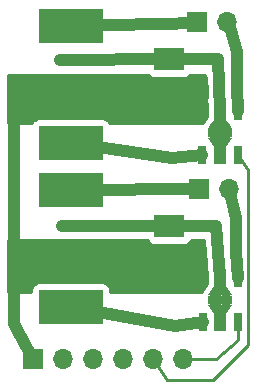
<source format=gbr>
%TF.GenerationSoftware,KiCad,Pcbnew,(5.1.6)-1*%
%TF.CreationDate,2020-08-23T14:00:48-07:00*%
%TF.ProjectId,Led Driver Double,4c656420-4472-4697-9665-7220446f7562,rev?*%
%TF.SameCoordinates,Original*%
%TF.FileFunction,Copper,L1,Top*%
%TF.FilePolarity,Positive*%
%FSLAX46Y46*%
G04 Gerber Fmt 4.6, Leading zero omitted, Abs format (unit mm)*
G04 Created by KiCad (PCBNEW (5.1.6)-1) date 2020-08-23 14:00:48*
%MOMM*%
%LPD*%
G01*
G04 APERTURE LIST*
%TA.AperFunction,ComponentPad*%
%ADD10O,1.700000X1.700000*%
%TD*%
%TA.AperFunction,ComponentPad*%
%ADD11R,1.700000X1.700000*%
%TD*%
%TA.AperFunction,SMDPad,CuDef*%
%ADD12R,1.200000X0.900000*%
%TD*%
%TA.AperFunction,SMDPad,CuDef*%
%ADD13R,5.400000X2.900000*%
%TD*%
%TA.AperFunction,SMDPad,CuDef*%
%ADD14R,0.900000X1.700000*%
%TD*%
%TA.AperFunction,SMDPad,CuDef*%
%ADD15C,0.100000*%
%TD*%
%TA.AperFunction,SMDPad,CuDef*%
%ADD16R,0.700000X1.500000*%
%TD*%
%TA.AperFunction,SMDPad,CuDef*%
%ADD17R,1.000000X1.500000*%
%TD*%
%TA.AperFunction,SMDPad,CuDef*%
%ADD18R,2.000000X0.800000*%
%TD*%
%TA.AperFunction,SMDPad,CuDef*%
%ADD19R,2.500000X1.950000*%
%TD*%
%TA.AperFunction,ViaPad*%
%ADD20C,0.800000*%
%TD*%
%TA.AperFunction,Conductor*%
%ADD21C,0.500000*%
%TD*%
%TA.AperFunction,Conductor*%
%ADD22C,1.000000*%
%TD*%
%TA.AperFunction,Conductor*%
%ADD23C,0.250000*%
%TD*%
%TA.AperFunction,Conductor*%
%ADD24C,0.254000*%
%TD*%
G04 APERTURE END LIST*
D10*
%TO.P,J5,6*%
%TO.N,/Dim2*%
X87687120Y-51073560D03*
%TO.P,J5,5*%
%TO.N,/Dim1*%
X85147120Y-51073560D03*
%TO.P,J5,4*%
%TO.N,/Gnd*%
X82607120Y-51073560D03*
%TO.P,J5,3*%
X80067120Y-51073560D03*
%TO.P,J5,2*%
X77527120Y-51073560D03*
D11*
%TO.P,J5,1*%
%TO.N,/Vin*%
X74987120Y-51073560D03*
%TD*%
D12*
%TO.P,D1,2*%
%TO.N,/SW1*%
X86730000Y-34050000D03*
%TO.P,D1,1*%
%TO.N,/Vin*%
X86730000Y-30750000D03*
%TD*%
D10*
%TO.P,J1,2*%
%TO.N,/LED1+*%
X91450000Y-22540000D03*
D11*
%TO.P,J1,1*%
%TO.N,/LED1-*%
X88910000Y-22540000D03*
%TD*%
D13*
%TO.P,L1,2*%
%TO.N,/SW1*%
X78170000Y-32740000D03*
%TO.P,L1,1*%
%TO.N,/LED1-*%
X78170000Y-22840000D03*
%TD*%
D14*
%TO.P,R1,2*%
%TO.N,/LED1+*%
X92270000Y-27970000D03*
%TO.P,R1,1*%
%TO.N,/Vin*%
X89370000Y-27970000D03*
%TD*%
D12*
%TO.P,D2,2*%
%TO.N,/SW2*%
X86970000Y-48200000D03*
%TO.P,D2,1*%
%TO.N,/Vin*%
X86970000Y-44900000D03*
%TD*%
D10*
%TO.P,J2,2*%
%TO.N,/LED2+*%
X91560000Y-36670000D03*
D11*
%TO.P,J2,1*%
%TO.N,/LED2-*%
X89020000Y-36670000D03*
%TD*%
D13*
%TO.P,L2,1*%
%TO.N,/LED2-*%
X78180000Y-36730000D03*
%TO.P,L2,2*%
%TO.N,/SW2*%
X78180000Y-46630000D03*
%TD*%
D14*
%TO.P,R2,2*%
%TO.N,/LED2+*%
X92150000Y-41970000D03*
%TO.P,R2,1*%
%TO.N,/Vin*%
X89250000Y-41970000D03*
%TD*%
%TA.AperFunction,SMDPad,CuDef*%
D15*
%TO.P,U1,2*%
%TO.N,/Gnd*%
G36*
X89830000Y-31520000D02*
G01*
X90330000Y-30770000D01*
X91330000Y-30770000D01*
X91830000Y-31520000D01*
X89830000Y-31520000D01*
G37*
%TD.AperFunction*%
D16*
%TO.P,U1,5*%
%TO.N,/Vin*%
X89330000Y-30070000D03*
%TO.P,U1,4*%
%TO.N,/LED1+*%
X92330000Y-30070000D03*
%TO.P,U1,1*%
%TO.N,/SW1*%
X89330000Y-33770000D03*
D17*
%TO.P,U1,2*%
%TO.N,/Gnd*%
X90830000Y-33770000D03*
D16*
%TO.P,U1,3*%
%TO.N,/Dim1*%
X92330000Y-33770000D03*
D17*
%TO.P,U1,2*%
%TO.N,/Gnd*%
X90830000Y-30070000D03*
%TA.AperFunction,SMDPad,CuDef*%
D15*
G36*
X91830000Y-32320000D02*
G01*
X91330000Y-33070000D01*
X90330000Y-33070000D01*
X89830000Y-32320000D01*
X91830000Y-32320000D01*
G37*
%TD.AperFunction*%
D18*
X90830000Y-31920000D03*
%TD*%
%TO.P,U2,2*%
%TO.N,/Gnd*%
X90840000Y-46040000D03*
%TA.AperFunction,SMDPad,CuDef*%
D15*
G36*
X91840000Y-46440000D02*
G01*
X91340000Y-47190000D01*
X90340000Y-47190000D01*
X89840000Y-46440000D01*
X91840000Y-46440000D01*
G37*
%TD.AperFunction*%
D17*
X90840000Y-44190000D03*
D16*
%TO.P,U2,3*%
%TO.N,/Dim2*%
X92340000Y-47890000D03*
D17*
%TO.P,U2,2*%
%TO.N,/Gnd*%
X90840000Y-47890000D03*
D16*
%TO.P,U2,1*%
%TO.N,/SW2*%
X89340000Y-47890000D03*
%TO.P,U2,4*%
%TO.N,/LED2+*%
X92340000Y-44190000D03*
%TO.P,U2,5*%
%TO.N,/Vin*%
X89340000Y-44190000D03*
%TA.AperFunction,SMDPad,CuDef*%
D15*
%TO.P,U2,2*%
%TO.N,/Gnd*%
G36*
X89840000Y-45640000D02*
G01*
X90340000Y-44890000D01*
X91340000Y-44890000D01*
X91840000Y-45640000D01*
X89840000Y-45640000D01*
G37*
%TD.AperFunction*%
%TD*%
D19*
%TO.P,C1,2*%
%TO.N,/Gnd*%
X86530000Y-25665000D03*
%TO.P,C1,1*%
%TO.N,/Vin*%
X86530000Y-28715000D03*
%TD*%
%TO.P,C2,1*%
%TO.N,/Vin*%
X86530000Y-42845000D03*
%TO.P,C2,2*%
%TO.N,/Gnd*%
X86530000Y-39795000D03*
%TD*%
D20*
%TO.N,/Gnd*%
X91340000Y-45560000D03*
X90340000Y-46560000D03*
X91340000Y-46560000D03*
X90340000Y-45560000D03*
X91340000Y-31420000D03*
X90340000Y-32420000D03*
X91340000Y-32420000D03*
X90340000Y-31420000D03*
X88897108Y-25654668D03*
X89794091Y-25652491D03*
X90683200Y-25642440D03*
X88729628Y-39777028D03*
X89626611Y-39774851D03*
X90515720Y-39764800D03*
X77305880Y-25722760D03*
X77425080Y-39817020D03*
X78315059Y-39816041D03*
X79207568Y-39817612D03*
X79101068Y-25718272D03*
X78208559Y-25716701D03*
X90835600Y-31922880D03*
X90820840Y-46059340D03*
%TD*%
D21*
%TO.N,/Gnd*%
X90760000Y-45760000D02*
X90760000Y-46077000D01*
X90710000Y-30130000D02*
X90710000Y-31980000D01*
X91020000Y-31970000D02*
X91020000Y-31970000D01*
X90710000Y-31980000D02*
X90710000Y-33830000D01*
X90480000Y-45537000D02*
X90480000Y-47070000D01*
D22*
X86530000Y-25665000D02*
X90683200Y-25642440D01*
X90683200Y-25642440D02*
X90830000Y-30070000D01*
X86530000Y-39795000D02*
X90515720Y-39764800D01*
X90515720Y-39764800D02*
X90840000Y-44190000D01*
X86530000Y-25665000D02*
X77305880Y-25722760D01*
X86530000Y-39795000D02*
X77425080Y-39817020D01*
D23*
X90840000Y-47890000D02*
X90480000Y-47070000D01*
D22*
%TO.N,/Vin*%
X89370000Y-27970000D02*
X89330000Y-30070000D01*
X86730000Y-30750000D02*
X89330000Y-30070000D01*
X86530000Y-28715000D02*
X86730000Y-30750000D01*
X75250000Y-28710000D02*
X73355753Y-30194247D01*
X86530000Y-28715000D02*
X75250000Y-28710000D01*
X89250000Y-41970000D02*
X89340000Y-44190000D01*
X86970000Y-44900000D02*
X89340000Y-44190000D01*
X86970000Y-44900000D02*
X86530000Y-42845000D01*
X86530000Y-42845000D02*
X73359503Y-42757583D01*
X73355753Y-30194247D02*
X73359503Y-42757583D01*
X73359503Y-42757583D02*
X73400000Y-48040000D01*
X73400000Y-48040000D02*
X74987120Y-51073560D01*
%TO.N,/SW1*%
X78170000Y-32740000D02*
X86730000Y-34050000D01*
X86730000Y-34050000D02*
X89330000Y-33770000D01*
%TO.N,/SW2*%
X78180000Y-46630000D02*
X86970000Y-48200000D01*
X86970000Y-48200000D02*
X89340000Y-47890000D01*
%TO.N,/LED1+*%
X92270000Y-27970000D02*
X92330000Y-30070000D01*
X91600000Y-22560000D02*
X92250000Y-25010000D01*
X92250000Y-25010000D02*
X92270000Y-27970000D01*
%TO.N,/LED1-*%
X78170000Y-22840000D02*
X89060000Y-22560000D01*
%TO.N,/LED2+*%
X92150000Y-41970000D02*
X92340000Y-44190000D01*
X92200000Y-39060000D02*
X92150000Y-41970000D01*
X91560000Y-36670000D02*
X92200000Y-39060000D01*
%TO.N,/LED2-*%
X78180000Y-36730000D02*
X89020000Y-36670000D01*
D23*
%TO.N,/Dim2*%
X90520000Y-51040000D02*
X92350000Y-49390000D01*
X92350000Y-49390000D02*
X92340000Y-47890000D01*
X87687120Y-51073560D02*
X90520000Y-51040000D01*
%TO.N,/Dim1*%
X93190000Y-35050000D02*
X93210000Y-49850000D01*
X93210000Y-49850000D02*
X90270000Y-52830000D01*
X90270000Y-52830000D02*
X86320000Y-52810000D01*
X86320000Y-52810000D02*
X85147120Y-51073560D01*
X93190000Y-35050000D02*
X92330000Y-33770000D01*
%TD*%
D24*
%TO.N,/Vin*%
G36*
X84749463Y-26994494D02*
G01*
X84828815Y-27091185D01*
X84925506Y-27170537D01*
X85035820Y-27229502D01*
X85155518Y-27265812D01*
X85280000Y-27278072D01*
X87780000Y-27278072D01*
X87904482Y-27265812D01*
X88024180Y-27229502D01*
X88134494Y-27170537D01*
X88231185Y-27091185D01*
X88310537Y-26994494D01*
X88325233Y-26967000D01*
X89591494Y-26967000D01*
X89691928Y-29996152D01*
X89691928Y-30576807D01*
X89636820Y-30659469D01*
X89536063Y-30760226D01*
X89422795Y-30929744D01*
X89388309Y-31013000D01*
X81441959Y-31013000D01*
X81400537Y-30935506D01*
X81321185Y-30838815D01*
X81224494Y-30759463D01*
X81114180Y-30700498D01*
X80994482Y-30664188D01*
X80870000Y-30651928D01*
X75470000Y-30651928D01*
X75345518Y-30664188D01*
X75225820Y-30700498D01*
X75115506Y-30759463D01*
X75018815Y-30838815D01*
X74939463Y-30935506D01*
X74898041Y-31013000D01*
X72887000Y-31013000D01*
X72887000Y-26967000D01*
X84734767Y-26967000D01*
X84749463Y-26994494D01*
G37*
X84749463Y-26994494D02*
X84828815Y-27091185D01*
X84925506Y-27170537D01*
X85035820Y-27229502D01*
X85155518Y-27265812D01*
X85280000Y-27278072D01*
X87780000Y-27278072D01*
X87904482Y-27265812D01*
X88024180Y-27229502D01*
X88134494Y-27170537D01*
X88231185Y-27091185D01*
X88310537Y-26994494D01*
X88325233Y-26967000D01*
X89591494Y-26967000D01*
X89691928Y-29996152D01*
X89691928Y-30576807D01*
X89636820Y-30659469D01*
X89536063Y-30760226D01*
X89422795Y-30929744D01*
X89388309Y-31013000D01*
X81441959Y-31013000D01*
X81400537Y-30935506D01*
X81321185Y-30838815D01*
X81224494Y-30759463D01*
X81114180Y-30700498D01*
X80994482Y-30664188D01*
X80870000Y-30651928D01*
X75470000Y-30651928D01*
X75345518Y-30664188D01*
X75225820Y-30700498D01*
X75115506Y-30759463D01*
X75018815Y-30838815D01*
X74939463Y-30935506D01*
X74898041Y-31013000D01*
X72887000Y-31013000D01*
X72887000Y-26967000D01*
X84734767Y-26967000D01*
X84749463Y-26994494D01*
G36*
X84690498Y-41014180D02*
G01*
X84749463Y-41124494D01*
X84828815Y-41221185D01*
X84925506Y-41300537D01*
X85035820Y-41359502D01*
X85155518Y-41395812D01*
X85280000Y-41408072D01*
X87780000Y-41408072D01*
X87904482Y-41395812D01*
X88024180Y-41359502D01*
X88134494Y-41300537D01*
X88231185Y-41221185D01*
X88310537Y-41124494D01*
X88369502Y-41014180D01*
X88377747Y-40987000D01*
X89467240Y-40987000D01*
X89701928Y-44189607D01*
X89701928Y-44696807D01*
X89626820Y-44809469D01*
X89536063Y-44900226D01*
X89422795Y-45069744D01*
X89372737Y-45190593D01*
X89309092Y-45286061D01*
X89284034Y-45333000D01*
X81518072Y-45333000D01*
X81518072Y-45180000D01*
X81505812Y-45055518D01*
X81469502Y-44935820D01*
X81410537Y-44825506D01*
X81331185Y-44728815D01*
X81234494Y-44649463D01*
X81124180Y-44590498D01*
X81004482Y-44554188D01*
X80880000Y-44541928D01*
X75480000Y-44541928D01*
X75355518Y-44554188D01*
X75235820Y-44590498D01*
X75125506Y-44649463D01*
X75028815Y-44728815D01*
X74949463Y-44825506D01*
X74890498Y-44935820D01*
X74854188Y-45055518D01*
X74841928Y-45180000D01*
X74841928Y-45333000D01*
X72837000Y-45333000D01*
X72837000Y-40987000D01*
X84682253Y-40987000D01*
X84690498Y-41014180D01*
G37*
X84690498Y-41014180D02*
X84749463Y-41124494D01*
X84828815Y-41221185D01*
X84925506Y-41300537D01*
X85035820Y-41359502D01*
X85155518Y-41395812D01*
X85280000Y-41408072D01*
X87780000Y-41408072D01*
X87904482Y-41395812D01*
X88024180Y-41359502D01*
X88134494Y-41300537D01*
X88231185Y-41221185D01*
X88310537Y-41124494D01*
X88369502Y-41014180D01*
X88377747Y-40987000D01*
X89467240Y-40987000D01*
X89701928Y-44189607D01*
X89701928Y-44696807D01*
X89626820Y-44809469D01*
X89536063Y-44900226D01*
X89422795Y-45069744D01*
X89372737Y-45190593D01*
X89309092Y-45286061D01*
X89284034Y-45333000D01*
X81518072Y-45333000D01*
X81518072Y-45180000D01*
X81505812Y-45055518D01*
X81469502Y-44935820D01*
X81410537Y-44825506D01*
X81331185Y-44728815D01*
X81234494Y-44649463D01*
X81124180Y-44590498D01*
X81004482Y-44554188D01*
X80880000Y-44541928D01*
X75480000Y-44541928D01*
X75355518Y-44554188D01*
X75235820Y-44590498D01*
X75125506Y-44649463D01*
X75028815Y-44728815D01*
X74949463Y-44825506D01*
X74890498Y-44935820D01*
X74854188Y-45055518D01*
X74841928Y-45180000D01*
X74841928Y-45333000D01*
X72837000Y-45333000D01*
X72837000Y-40987000D01*
X84682253Y-40987000D01*
X84690498Y-41014180D01*
%TD*%
M02*

</source>
